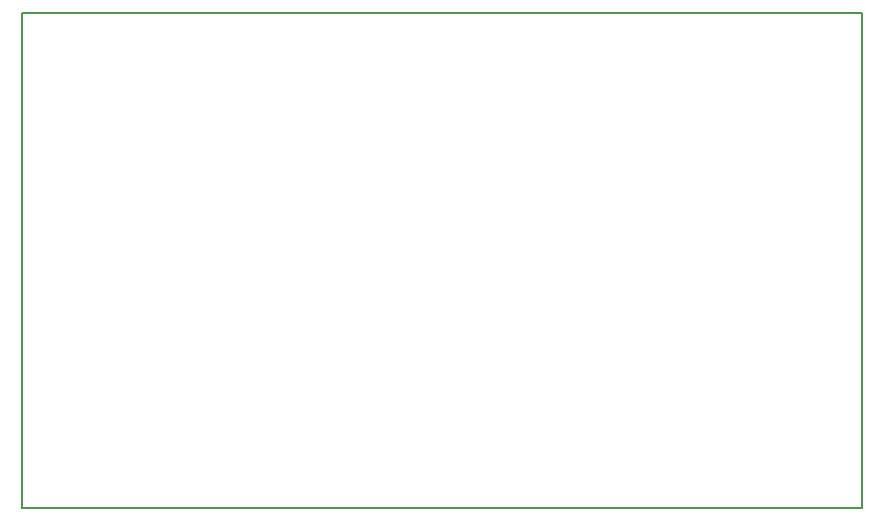
<source format=gm1>
G04 #@! TF.FileFunction,Profile,NP*
%FSLAX46Y46*%
G04 Gerber Fmt 4.6, Leading zero omitted, Abs format (unit mm)*
G04 Created by KiCad (PCBNEW 4.0.7) date Monday 10 September 2018 20:52:00*
%MOMM*%
%LPD*%
G01*
G04 APERTURE LIST*
%ADD10C,0.100000*%
%ADD11C,0.150000*%
G04 APERTURE END LIST*
D10*
D11*
X192405000Y-135255000D02*
X121285000Y-135255000D01*
X192405000Y-93345000D02*
X192405000Y-135255000D01*
X121285000Y-93345000D02*
X192405000Y-93345000D01*
X121285000Y-135255000D02*
X121285000Y-93345000D01*
M02*

</source>
